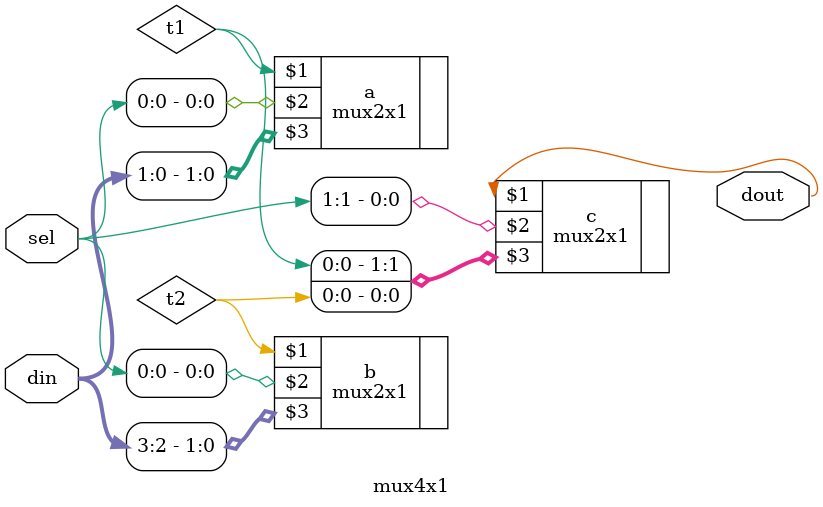
<source format=v>
`include "mux2x1.v"

module mux4x1(dout, sel, din);
    output dout;
    input [1:0] sel;
    input [3:0] din;
    
    wire t1,t2;
    
    mux2x1 a(t1,sel[0],din[1:0]),
           b(t2, sel[0], din[3:2]),
           c(dout, sel[1], {t1, t2});
           
endmodule
</source>
